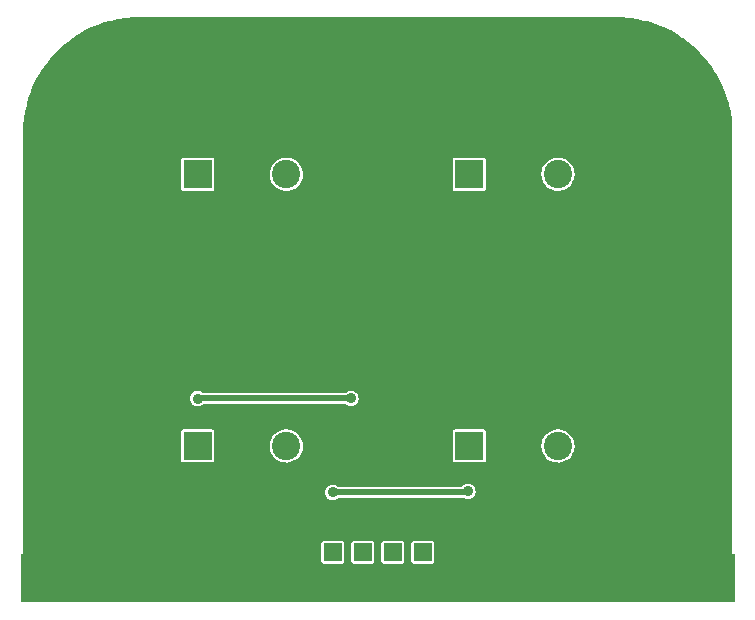
<source format=gbr>
%TF.GenerationSoftware,KiCad,Pcbnew,6.0.4-6f826c9f35~116~ubuntu20.04.1*%
%TF.CreationDate,2022-07-25T09:59:18+00:00*%
%TF.ProjectId,4XLTO1865V01A,34584c54-4f31-4383-9635-563031412e6b,rev?*%
%TF.SameCoordinates,Original*%
%TF.FileFunction,Copper,L2,Bot*%
%TF.FilePolarity,Positive*%
%FSLAX46Y46*%
G04 Gerber Fmt 4.6, Leading zero omitted, Abs format (unit mm)*
G04 Created by KiCad (PCBNEW 6.0.4-6f826c9f35~116~ubuntu20.04.1) date 2022-07-25 09:59:18*
%MOMM*%
%LPD*%
G01*
G04 APERTURE LIST*
%TA.AperFunction,ComponentPad*%
%ADD10R,1.524000X1.524000*%
%TD*%
%TA.AperFunction,ComponentPad*%
%ADD11R,2.400000X2.400000*%
%TD*%
%TA.AperFunction,ComponentPad*%
%ADD12C,2.400000*%
%TD*%
%TA.AperFunction,ViaPad*%
%ADD13C,0.890000*%
%TD*%
%TA.AperFunction,ViaPad*%
%ADD14C,0.900000*%
%TD*%
%TA.AperFunction,Conductor*%
%ADD15C,0.500000*%
%TD*%
G04 APERTURE END LIST*
D10*
%TO.P,J1,1*%
%TO.N,/Battery-*%
X34290000Y4500000D03*
%TO.P,J1,2*%
%TO.N,/Battery+*%
X31750000Y4500000D03*
%TO.P,J1,3*%
X29210000Y4500000D03*
%TO.P,J1,4*%
%TO.N,/Battery-*%
X26670000Y4500000D03*
%TD*%
%TO.P,J2,1*%
%TO.N,GND*%
X9810000Y4500000D03*
%TO.P,J2,2*%
X7270000Y4500000D03*
%TO.P,J2,3*%
X4730000Y4500000D03*
%TO.P,J2,4*%
X2190000Y4500000D03*
%TD*%
D11*
%TO.P,BT1,1,+*%
%TO.N,/Battery+*%
X15230000Y36500000D03*
D12*
%TO.P,BT1,2,-*%
%TO.N,/Battery-*%
X22730000Y36500000D03*
%TD*%
D11*
%TO.P,BT4,1,+*%
%TO.N,/Battery+*%
X15230000Y13500000D03*
D12*
%TO.P,BT4,2,-*%
%TO.N,/Battery-*%
X22730000Y13500000D03*
%TD*%
D11*
%TO.P,BT3,1,+*%
%TO.N,/Battery+*%
X38230000Y36500000D03*
D12*
%TO.P,BT3,2,-*%
%TO.N,/Battery-*%
X45730000Y36500000D03*
%TD*%
D11*
%TO.P,BT2,1,+*%
%TO.N,/Battery+*%
X38230000Y13500000D03*
D12*
%TO.P,BT2,2,-*%
%TO.N,/Battery-*%
X45730000Y13500000D03*
%TD*%
D10*
%TO.P,J3,1*%
%TO.N,GND*%
X58770000Y4500000D03*
%TO.P,J3,2*%
X56230000Y4500000D03*
%TO.P,J3,3*%
X53690000Y4500000D03*
%TO.P,J3,4*%
X51150000Y4500000D03*
%TD*%
D13*
%TO.N,/Battery+*%
X15230000Y17516000D03*
X28194000Y17526000D03*
%TO.N,/Battery-*%
X38100000Y9652000D03*
X26670000Y9560000D03*
D14*
%TO.N,GND*%
X6604000Y2032000D03*
X2794000Y2032000D03*
X1524000Y2032000D03*
X56896000Y2032000D03*
X10414000Y2032000D03*
X59436000Y2032000D03*
X58166000Y2032000D03*
X4064000Y2032000D03*
X5334000Y2032000D03*
X51816000Y2032000D03*
X54356000Y2032000D03*
X50546000Y2032000D03*
X55626000Y2032000D03*
X9144000Y2032000D03*
X53086000Y2032000D03*
X7874000Y2032000D03*
%TD*%
D15*
%TO.N,/Battery+*%
X28194000Y17526000D02*
X15240000Y17526000D01*
%TO.N,/Battery-*%
X38008000Y9560000D02*
X38100000Y9652000D01*
X26670000Y9560000D02*
X38008000Y9560000D01*
%TD*%
%TA.AperFunction,Conductor*%
%TO.N,GND*%
G36*
X50686182Y49798047D02*
G01*
X50691813Y49798037D01*
X50705642Y49794857D01*
X50719481Y49797989D01*
X50731855Y49797967D01*
X50741736Y49798920D01*
X51114098Y49787668D01*
X51293919Y49782235D01*
X51301501Y49781775D01*
X51592485Y49755333D01*
X51883461Y49728892D01*
X51891017Y49727975D01*
X52468738Y49640047D01*
X52476224Y49638675D01*
X53047580Y49516027D01*
X53054970Y49514205D01*
X53232869Y49464612D01*
X53617871Y49357285D01*
X53625106Y49355031D01*
X54177546Y49164395D01*
X54184636Y49161706D01*
X54478275Y49040077D01*
X54724530Y48938075D01*
X54731471Y48934951D01*
X55256865Y48679135D01*
X55263604Y48675598D01*
X55772596Y48388526D01*
X55779109Y48384589D01*
X55972448Y48259586D01*
X56269840Y48067308D01*
X56276093Y48062992D01*
X56746782Y47716652D01*
X56752773Y47711958D01*
X57201676Y47337844D01*
X57207373Y47332797D01*
X57409402Y47142620D01*
X57632885Y46932247D01*
X57638247Y46926885D01*
X57788810Y46766939D01*
X58038797Y46501373D01*
X58043844Y46495676D01*
X58417958Y46046773D01*
X58422649Y46040786D01*
X58768992Y45570093D01*
X58773308Y45563840D01*
X58957306Y45279255D01*
X59090589Y45073109D01*
X59094526Y45066596D01*
X59381598Y44557604D01*
X59385135Y44550865D01*
X59640951Y44025471D01*
X59644075Y44018530D01*
X59809723Y43618621D01*
X59867701Y43478649D01*
X59870395Y43471546D01*
X60061031Y42919106D01*
X60063285Y42911871D01*
X60170612Y42526869D01*
X60220205Y42348970D01*
X60222027Y42341580D01*
X60344675Y41770224D01*
X60346047Y41762738D01*
X60433975Y41185017D01*
X60434892Y41177461D01*
X60487775Y40595508D01*
X60488235Y40587911D01*
X60504903Y40036305D01*
X60504061Y40027737D01*
X60504037Y40014188D01*
X60500857Y40000358D01*
X60503989Y39986518D01*
X60503980Y39981628D01*
X60506000Y39963552D01*
X60506000Y580000D01*
X60485998Y511879D01*
X60432342Y465386D01*
X60380000Y454000D01*
X580000Y454000D01*
X511879Y474002D01*
X465386Y527658D01*
X454000Y580000D01*
X454000Y3718252D01*
X25707500Y3718252D01*
X25719133Y3659769D01*
X25763448Y3593448D01*
X25829769Y3549133D01*
X25841938Y3546712D01*
X25841939Y3546712D01*
X25882184Y3538707D01*
X25888252Y3537500D01*
X27451748Y3537500D01*
X27457816Y3538707D01*
X27498061Y3546712D01*
X27498062Y3546712D01*
X27510231Y3549133D01*
X27576552Y3593448D01*
X27620867Y3659769D01*
X27632500Y3718252D01*
X28247500Y3718252D01*
X28259133Y3659769D01*
X28303448Y3593448D01*
X28369769Y3549133D01*
X28381938Y3546712D01*
X28381939Y3546712D01*
X28422184Y3538707D01*
X28428252Y3537500D01*
X29991748Y3537500D01*
X29997816Y3538707D01*
X30038061Y3546712D01*
X30038062Y3546712D01*
X30050231Y3549133D01*
X30116552Y3593448D01*
X30160867Y3659769D01*
X30172500Y3718252D01*
X30787500Y3718252D01*
X30799133Y3659769D01*
X30843448Y3593448D01*
X30909769Y3549133D01*
X30921938Y3546712D01*
X30921939Y3546712D01*
X30962184Y3538707D01*
X30968252Y3537500D01*
X32531748Y3537500D01*
X32537816Y3538707D01*
X32578061Y3546712D01*
X32578062Y3546712D01*
X32590231Y3549133D01*
X32656552Y3593448D01*
X32700867Y3659769D01*
X32712500Y3718252D01*
X33327500Y3718252D01*
X33339133Y3659769D01*
X33383448Y3593448D01*
X33449769Y3549133D01*
X33461938Y3546712D01*
X33461939Y3546712D01*
X33502184Y3538707D01*
X33508252Y3537500D01*
X35071748Y3537500D01*
X35077816Y3538707D01*
X35118061Y3546712D01*
X35118062Y3546712D01*
X35130231Y3549133D01*
X35196552Y3593448D01*
X35240867Y3659769D01*
X35252500Y3718252D01*
X35252500Y5281748D01*
X35240867Y5340231D01*
X35196552Y5406552D01*
X35130231Y5450867D01*
X35118062Y5453288D01*
X35118061Y5453288D01*
X35077816Y5461293D01*
X35071748Y5462500D01*
X33508252Y5462500D01*
X33502184Y5461293D01*
X33461939Y5453288D01*
X33461938Y5453288D01*
X33449769Y5450867D01*
X33383448Y5406552D01*
X33339133Y5340231D01*
X33327500Y5281748D01*
X33327500Y3718252D01*
X32712500Y3718252D01*
X32712500Y5281748D01*
X32700867Y5340231D01*
X32656552Y5406552D01*
X32590231Y5450867D01*
X32578062Y5453288D01*
X32578061Y5453288D01*
X32537816Y5461293D01*
X32531748Y5462500D01*
X30968252Y5462500D01*
X30962184Y5461293D01*
X30921939Y5453288D01*
X30921938Y5453288D01*
X30909769Y5450867D01*
X30843448Y5406552D01*
X30799133Y5340231D01*
X30787500Y5281748D01*
X30787500Y3718252D01*
X30172500Y3718252D01*
X30172500Y5281748D01*
X30160867Y5340231D01*
X30116552Y5406552D01*
X30050231Y5450867D01*
X30038062Y5453288D01*
X30038061Y5453288D01*
X29997816Y5461293D01*
X29991748Y5462500D01*
X28428252Y5462500D01*
X28422184Y5461293D01*
X28381939Y5453288D01*
X28381938Y5453288D01*
X28369769Y5450867D01*
X28303448Y5406552D01*
X28259133Y5340231D01*
X28247500Y5281748D01*
X28247500Y3718252D01*
X27632500Y3718252D01*
X27632500Y5281748D01*
X27620867Y5340231D01*
X27576552Y5406552D01*
X27510231Y5450867D01*
X27498062Y5453288D01*
X27498061Y5453288D01*
X27457816Y5461293D01*
X27451748Y5462500D01*
X25888252Y5462500D01*
X25882184Y5461293D01*
X25841939Y5453288D01*
X25841938Y5453288D01*
X25829769Y5450867D01*
X25763448Y5406552D01*
X25719133Y5340231D01*
X25707500Y5281748D01*
X25707500Y3718252D01*
X454000Y3718252D01*
X454000Y9566809D01*
X26019795Y9566809D01*
X26036939Y9411517D01*
X26039549Y9404385D01*
X26065827Y9332578D01*
X26090631Y9264797D01*
X26177771Y9135119D01*
X26183383Y9130012D01*
X26183386Y9130009D01*
X26287707Y9035084D01*
X26287711Y9035081D01*
X26293328Y9029970D01*
X26300005Y9026345D01*
X26300006Y9026344D01*
X26423953Y8959046D01*
X26423955Y8959045D01*
X26430630Y8955421D01*
X26437979Y8953493D01*
X26574402Y8917703D01*
X26574404Y8917703D01*
X26581752Y8915775D01*
X26664424Y8914476D01*
X26730372Y8913440D01*
X26730375Y8913440D01*
X26737969Y8913321D01*
X26791560Y8925595D01*
X26882858Y8946505D01*
X26882862Y8946506D01*
X26890261Y8948201D01*
X27029838Y9018400D01*
X27101156Y9079311D01*
X27165946Y9108342D01*
X27182986Y9109500D01*
X37714295Y9109500D01*
X37774417Y9094231D01*
X37853953Y9051046D01*
X37853955Y9051045D01*
X37860630Y9047421D01*
X37867979Y9045493D01*
X38004402Y9009703D01*
X38004404Y9009703D01*
X38011752Y9007775D01*
X38094424Y9006476D01*
X38160372Y9005440D01*
X38160375Y9005440D01*
X38167969Y9005321D01*
X38225074Y9018400D01*
X38312858Y9038505D01*
X38312862Y9038506D01*
X38320261Y9040201D01*
X38459838Y9110400D01*
X38496157Y9141419D01*
X38572867Y9206935D01*
X38572869Y9206938D01*
X38578641Y9211867D01*
X38669811Y9338744D01*
X38728085Y9483705D01*
X38750098Y9638382D01*
X38750241Y9652000D01*
X38731471Y9807104D01*
X38676246Y9953254D01*
X38671947Y9959509D01*
X38671945Y9959513D01*
X38592055Y10075753D01*
X38592054Y10075755D01*
X38587753Y10082012D01*
X38582047Y10087096D01*
X38476773Y10180892D01*
X38476770Y10180894D01*
X38471101Y10185945D01*
X38464387Y10189500D01*
X38339741Y10255497D01*
X38339738Y10255498D01*
X38333026Y10259052D01*
X38181497Y10297114D01*
X38173899Y10297154D01*
X38173897Y10297154D01*
X38108319Y10297497D01*
X38025263Y10297932D01*
X38017883Y10296160D01*
X38017881Y10296160D01*
X37944165Y10278462D01*
X37873344Y10261459D01*
X37734510Y10189802D01*
X37616777Y10087096D01*
X37612409Y10080881D01*
X37612408Y10080880D01*
X37600578Y10064048D01*
X37545043Y10019817D01*
X37497492Y10010500D01*
X27182747Y10010500D01*
X27114626Y10030502D01*
X27098928Y10042424D01*
X27046777Y10088889D01*
X27046771Y10088893D01*
X27041101Y10093945D01*
X27034385Y10097501D01*
X26909741Y10163497D01*
X26909738Y10163498D01*
X26903026Y10167052D01*
X26751497Y10205114D01*
X26743899Y10205154D01*
X26743897Y10205154D01*
X26678319Y10205497D01*
X26595263Y10205932D01*
X26587883Y10204160D01*
X26587881Y10204160D01*
X26514165Y10186462D01*
X26443344Y10169459D01*
X26304510Y10097802D01*
X26186777Y9995096D01*
X26096940Y9867272D01*
X26040188Y9721708D01*
X26039197Y9714179D01*
X26030467Y9647867D01*
X26019795Y9566809D01*
X454000Y9566809D01*
X454000Y12280252D01*
X13829500Y12280252D01*
X13841133Y12221769D01*
X13885448Y12155448D01*
X13951769Y12111133D01*
X13963938Y12108712D01*
X13963939Y12108712D01*
X13985633Y12104397D01*
X14010252Y12099500D01*
X16449748Y12099500D01*
X16474367Y12104397D01*
X16496061Y12108712D01*
X16496062Y12108712D01*
X16508231Y12111133D01*
X16574552Y12155448D01*
X16618867Y12221769D01*
X16630500Y12280252D01*
X16630500Y13534335D01*
X21325119Y13534335D01*
X21325416Y13529183D01*
X21325416Y13529179D01*
X21330864Y13434704D01*
X21338376Y13304420D01*
X21339513Y13299374D01*
X21339514Y13299368D01*
X21361226Y13203025D01*
X21389006Y13079758D01*
X21390948Y13074976D01*
X21390949Y13074972D01*
X21428427Y12982675D01*
X21475649Y12866382D01*
X21595979Y12670022D01*
X21746763Y12495952D01*
X21923953Y12348846D01*
X22122790Y12232655D01*
X22337934Y12150499D01*
X22343000Y12149468D01*
X22343001Y12149468D01*
X22347479Y12148557D01*
X22563607Y12104586D01*
X22693352Y12099828D01*
X22788585Y12096336D01*
X22788589Y12096336D01*
X22793749Y12096147D01*
X22798869Y12096803D01*
X22798871Y12096803D01*
X22868272Y12105693D01*
X23022178Y12125409D01*
X23027126Y12126894D01*
X23027133Y12126895D01*
X23237811Y12190102D01*
X23237810Y12190102D01*
X23242761Y12191587D01*
X23423748Y12280252D01*
X36829500Y12280252D01*
X36841133Y12221769D01*
X36885448Y12155448D01*
X36951769Y12111133D01*
X36963938Y12108712D01*
X36963939Y12108712D01*
X36985633Y12104397D01*
X37010252Y12099500D01*
X39449748Y12099500D01*
X39474367Y12104397D01*
X39496061Y12108712D01*
X39496062Y12108712D01*
X39508231Y12111133D01*
X39574552Y12155448D01*
X39618867Y12221769D01*
X39630500Y12280252D01*
X39630500Y13534335D01*
X44325119Y13534335D01*
X44325416Y13529183D01*
X44325416Y13529179D01*
X44330864Y13434704D01*
X44338376Y13304420D01*
X44339513Y13299374D01*
X44339514Y13299368D01*
X44361226Y13203025D01*
X44389006Y13079758D01*
X44390948Y13074976D01*
X44390949Y13074972D01*
X44428427Y12982675D01*
X44475649Y12866382D01*
X44595979Y12670022D01*
X44746763Y12495952D01*
X44923953Y12348846D01*
X45122790Y12232655D01*
X45337934Y12150499D01*
X45343000Y12149468D01*
X45343001Y12149468D01*
X45347479Y12148557D01*
X45563607Y12104586D01*
X45693352Y12099828D01*
X45788585Y12096336D01*
X45788589Y12096336D01*
X45793749Y12096147D01*
X45798869Y12096803D01*
X45798871Y12096803D01*
X45868272Y12105693D01*
X46022178Y12125409D01*
X46027126Y12126894D01*
X46027133Y12126895D01*
X46237811Y12190102D01*
X46237810Y12190102D01*
X46242761Y12191587D01*
X46449574Y12292904D01*
X46637062Y12426637D01*
X46800190Y12589197D01*
X46858269Y12670022D01*
X46931559Y12772017D01*
X46934577Y12776217D01*
X47036615Y12982675D01*
X47067643Y13084800D01*
X47102059Y13198073D01*
X47102060Y13198079D01*
X47103563Y13203025D01*
X47133622Y13431351D01*
X47135300Y13500000D01*
X47116430Y13729522D01*
X47060326Y13952880D01*
X46968496Y14164076D01*
X46843405Y14357437D01*
X46822774Y14380111D01*
X46691890Y14523949D01*
X46691889Y14523950D01*
X46688412Y14527771D01*
X46684361Y14530970D01*
X46684357Y14530974D01*
X46511735Y14667303D01*
X46511730Y14667307D01*
X46507681Y14670504D01*
X46503165Y14672997D01*
X46503162Y14672999D01*
X46310589Y14779305D01*
X46310585Y14779307D01*
X46306065Y14781802D01*
X46301196Y14783526D01*
X46301192Y14783528D01*
X46093853Y14856951D01*
X46093849Y14856952D01*
X46088978Y14858677D01*
X46083885Y14859584D01*
X46083882Y14859585D01*
X45958188Y14881974D01*
X45862250Y14899063D01*
X45775802Y14900119D01*
X45637141Y14901814D01*
X45637139Y14901814D01*
X45631971Y14901877D01*
X45404325Y14867042D01*
X45185424Y14795494D01*
X45180832Y14793104D01*
X45180833Y14793104D01*
X45039918Y14719748D01*
X44981149Y14689155D01*
X44796984Y14550881D01*
X44637877Y14384384D01*
X44508099Y14194137D01*
X44505923Y14189448D01*
X44505919Y14189442D01*
X44494145Y14164076D01*
X44411136Y13985248D01*
X44349592Y13763327D01*
X44325119Y13534335D01*
X39630500Y13534335D01*
X39630500Y14719748D01*
X39618867Y14778231D01*
X39574552Y14844552D01*
X39508231Y14888867D01*
X39496062Y14891288D01*
X39496061Y14891288D01*
X39455816Y14899293D01*
X39449748Y14900500D01*
X37010252Y14900500D01*
X37004184Y14899293D01*
X36963939Y14891288D01*
X36963938Y14891288D01*
X36951769Y14888867D01*
X36885448Y14844552D01*
X36841133Y14778231D01*
X36829500Y14719748D01*
X36829500Y12280252D01*
X23423748Y12280252D01*
X23449574Y12292904D01*
X23637062Y12426637D01*
X23800190Y12589197D01*
X23858269Y12670022D01*
X23931559Y12772017D01*
X23934577Y12776217D01*
X24036615Y12982675D01*
X24067643Y13084800D01*
X24102059Y13198073D01*
X24102060Y13198079D01*
X24103563Y13203025D01*
X24133622Y13431351D01*
X24135300Y13500000D01*
X24116430Y13729522D01*
X24060326Y13952880D01*
X23968496Y14164076D01*
X23843405Y14357437D01*
X23822774Y14380111D01*
X23691890Y14523949D01*
X23691889Y14523950D01*
X23688412Y14527771D01*
X23684361Y14530970D01*
X23684357Y14530974D01*
X23511735Y14667303D01*
X23511730Y14667307D01*
X23507681Y14670504D01*
X23503165Y14672997D01*
X23503162Y14672999D01*
X23310589Y14779305D01*
X23310585Y14779307D01*
X23306065Y14781802D01*
X23301196Y14783526D01*
X23301192Y14783528D01*
X23093853Y14856951D01*
X23093849Y14856952D01*
X23088978Y14858677D01*
X23083885Y14859584D01*
X23083882Y14859585D01*
X22958188Y14881974D01*
X22862250Y14899063D01*
X22775802Y14900119D01*
X22637141Y14901814D01*
X22637139Y14901814D01*
X22631971Y14901877D01*
X22404325Y14867042D01*
X22185424Y14795494D01*
X22180832Y14793104D01*
X22180833Y14793104D01*
X22039918Y14719748D01*
X21981149Y14689155D01*
X21796984Y14550881D01*
X21637877Y14384384D01*
X21508099Y14194137D01*
X21505923Y14189448D01*
X21505919Y14189442D01*
X21494145Y14164076D01*
X21411136Y13985248D01*
X21349592Y13763327D01*
X21325119Y13534335D01*
X16630500Y13534335D01*
X16630500Y14719748D01*
X16618867Y14778231D01*
X16574552Y14844552D01*
X16508231Y14888867D01*
X16496062Y14891288D01*
X16496061Y14891288D01*
X16455816Y14899293D01*
X16449748Y14900500D01*
X14010252Y14900500D01*
X14004184Y14899293D01*
X13963939Y14891288D01*
X13963938Y14891288D01*
X13951769Y14888867D01*
X13885448Y14844552D01*
X13841133Y14778231D01*
X13829500Y14719748D01*
X13829500Y12280252D01*
X454000Y12280252D01*
X454000Y17522809D01*
X14579795Y17522809D01*
X14596939Y17367517D01*
X14650631Y17220797D01*
X14737771Y17091119D01*
X14743383Y17086012D01*
X14743386Y17086009D01*
X14847707Y16991084D01*
X14847711Y16991081D01*
X14853328Y16985970D01*
X14860005Y16982345D01*
X14860006Y16982344D01*
X14983953Y16915046D01*
X14983955Y16915045D01*
X14990630Y16911421D01*
X14997979Y16909493D01*
X15134402Y16873703D01*
X15134404Y16873703D01*
X15141752Y16871775D01*
X15224424Y16870476D01*
X15290372Y16869440D01*
X15290375Y16869440D01*
X15297969Y16869321D01*
X15360763Y16883703D01*
X15442858Y16902505D01*
X15442862Y16902506D01*
X15450261Y16904201D01*
X15589838Y16974400D01*
X15672866Y17045312D01*
X15737653Y17074342D01*
X15754694Y17075500D01*
X27681180Y17075500D01*
X27749301Y17055498D01*
X27765979Y17042694D01*
X27817328Y16995970D01*
X27824005Y16992345D01*
X27824006Y16992344D01*
X27947953Y16925046D01*
X27947955Y16925045D01*
X27954630Y16921421D01*
X27961979Y16919493D01*
X28098402Y16883703D01*
X28098404Y16883703D01*
X28105752Y16881775D01*
X28188424Y16880476D01*
X28254372Y16879440D01*
X28254375Y16879440D01*
X28261969Y16879321D01*
X28315560Y16891595D01*
X28406858Y16912505D01*
X28406862Y16912506D01*
X28414261Y16914201D01*
X28553838Y16984400D01*
X28625156Y17045311D01*
X28666867Y17080935D01*
X28666869Y17080938D01*
X28672641Y17085867D01*
X28763811Y17212744D01*
X28767049Y17220797D01*
X28819251Y17350655D01*
X28819251Y17350656D01*
X28822085Y17357705D01*
X28844098Y17512382D01*
X28844241Y17526000D01*
X28825471Y17681104D01*
X28770246Y17827254D01*
X28765947Y17833509D01*
X28765945Y17833513D01*
X28686055Y17949753D01*
X28686054Y17949755D01*
X28681753Y17956012D01*
X28658758Y17976500D01*
X28570773Y18054892D01*
X28570770Y18054894D01*
X28565101Y18059945D01*
X28558387Y18063500D01*
X28433741Y18129497D01*
X28433738Y18129498D01*
X28427026Y18133052D01*
X28275497Y18171114D01*
X28267899Y18171154D01*
X28267897Y18171154D01*
X28202319Y18171497D01*
X28119263Y18171932D01*
X28111883Y18170160D01*
X28111881Y18170160D01*
X28038165Y18152462D01*
X27967344Y18135459D01*
X27828510Y18063802D01*
X27765842Y18009133D01*
X27764029Y18007551D01*
X27699547Y17977843D01*
X27681199Y17976500D01*
X15731522Y17976500D01*
X15663401Y17996502D01*
X15647703Y18008424D01*
X15606773Y18044892D01*
X15606770Y18044894D01*
X15601101Y18049945D01*
X15594387Y18053500D01*
X15469741Y18119497D01*
X15469738Y18119498D01*
X15463026Y18123052D01*
X15311497Y18161114D01*
X15303899Y18161154D01*
X15303897Y18161154D01*
X15238319Y18161497D01*
X15155263Y18161932D01*
X15147883Y18160160D01*
X15147881Y18160160D01*
X15074165Y18142462D01*
X15003344Y18125459D01*
X14864510Y18053802D01*
X14746777Y17951096D01*
X14742410Y17944882D01*
X14664138Y17833513D01*
X14656940Y17823272D01*
X14600188Y17677708D01*
X14579795Y17522809D01*
X454000Y17522809D01*
X454000Y35280252D01*
X13829500Y35280252D01*
X13841133Y35221769D01*
X13885448Y35155448D01*
X13951769Y35111133D01*
X13963938Y35108712D01*
X13963939Y35108712D01*
X13985633Y35104397D01*
X14010252Y35099500D01*
X16449748Y35099500D01*
X16474367Y35104397D01*
X16496061Y35108712D01*
X16496062Y35108712D01*
X16508231Y35111133D01*
X16574552Y35155448D01*
X16618867Y35221769D01*
X16630500Y35280252D01*
X16630500Y36534335D01*
X21325119Y36534335D01*
X21325416Y36529183D01*
X21325416Y36529179D01*
X21330864Y36434704D01*
X21338376Y36304420D01*
X21339513Y36299374D01*
X21339514Y36299368D01*
X21361226Y36203025D01*
X21389006Y36079758D01*
X21390948Y36074976D01*
X21390949Y36074972D01*
X21428427Y35982675D01*
X21475649Y35866382D01*
X21595979Y35670022D01*
X21746763Y35495952D01*
X21923953Y35348846D01*
X22122790Y35232655D01*
X22337934Y35150499D01*
X22343000Y35149468D01*
X22343001Y35149468D01*
X22347479Y35148557D01*
X22563607Y35104586D01*
X22693352Y35099828D01*
X22788585Y35096336D01*
X22788589Y35096336D01*
X22793749Y35096147D01*
X22798869Y35096803D01*
X22798871Y35096803D01*
X22868272Y35105693D01*
X23022178Y35125409D01*
X23027126Y35126894D01*
X23027133Y35126895D01*
X23237811Y35190102D01*
X23237810Y35190102D01*
X23242761Y35191587D01*
X23423748Y35280252D01*
X36829500Y35280252D01*
X36841133Y35221769D01*
X36885448Y35155448D01*
X36951769Y35111133D01*
X36963938Y35108712D01*
X36963939Y35108712D01*
X36985633Y35104397D01*
X37010252Y35099500D01*
X39449748Y35099500D01*
X39474367Y35104397D01*
X39496061Y35108712D01*
X39496062Y35108712D01*
X39508231Y35111133D01*
X39574552Y35155448D01*
X39618867Y35221769D01*
X39630500Y35280252D01*
X39630500Y36534335D01*
X44325119Y36534335D01*
X44325416Y36529183D01*
X44325416Y36529179D01*
X44330864Y36434704D01*
X44338376Y36304420D01*
X44339513Y36299374D01*
X44339514Y36299368D01*
X44361226Y36203025D01*
X44389006Y36079758D01*
X44390948Y36074976D01*
X44390949Y36074972D01*
X44428427Y35982675D01*
X44475649Y35866382D01*
X44595979Y35670022D01*
X44746763Y35495952D01*
X44923953Y35348846D01*
X45122790Y35232655D01*
X45337934Y35150499D01*
X45343000Y35149468D01*
X45343001Y35149468D01*
X45347479Y35148557D01*
X45563607Y35104586D01*
X45693352Y35099828D01*
X45788585Y35096336D01*
X45788589Y35096336D01*
X45793749Y35096147D01*
X45798869Y35096803D01*
X45798871Y35096803D01*
X45868272Y35105693D01*
X46022178Y35125409D01*
X46027126Y35126894D01*
X46027133Y35126895D01*
X46237811Y35190102D01*
X46237810Y35190102D01*
X46242761Y35191587D01*
X46449574Y35292904D01*
X46637062Y35426637D01*
X46800190Y35589197D01*
X46858269Y35670022D01*
X46931559Y35772017D01*
X46934577Y35776217D01*
X47036615Y35982675D01*
X47067643Y36084800D01*
X47102059Y36198073D01*
X47102060Y36198079D01*
X47103563Y36203025D01*
X47133622Y36431351D01*
X47135300Y36500000D01*
X47116430Y36729522D01*
X47060326Y36952880D01*
X46968496Y37164076D01*
X46843405Y37357437D01*
X46822774Y37380111D01*
X46691890Y37523949D01*
X46691889Y37523950D01*
X46688412Y37527771D01*
X46684361Y37530970D01*
X46684357Y37530974D01*
X46511735Y37667303D01*
X46511730Y37667307D01*
X46507681Y37670504D01*
X46503165Y37672997D01*
X46503162Y37672999D01*
X46310589Y37779305D01*
X46310585Y37779307D01*
X46306065Y37781802D01*
X46301196Y37783526D01*
X46301192Y37783528D01*
X46093853Y37856951D01*
X46093849Y37856952D01*
X46088978Y37858677D01*
X46083885Y37859584D01*
X46083882Y37859585D01*
X45958188Y37881974D01*
X45862250Y37899063D01*
X45775802Y37900119D01*
X45637141Y37901814D01*
X45637139Y37901814D01*
X45631971Y37901877D01*
X45404325Y37867042D01*
X45185424Y37795494D01*
X45180832Y37793104D01*
X45180833Y37793104D01*
X45039918Y37719748D01*
X44981149Y37689155D01*
X44796984Y37550881D01*
X44637877Y37384384D01*
X44508099Y37194137D01*
X44505923Y37189448D01*
X44505919Y37189442D01*
X44494145Y37164076D01*
X44411136Y36985248D01*
X44349592Y36763327D01*
X44325119Y36534335D01*
X39630500Y36534335D01*
X39630500Y37719748D01*
X39618867Y37778231D01*
X39574552Y37844552D01*
X39508231Y37888867D01*
X39496062Y37891288D01*
X39496061Y37891288D01*
X39455816Y37899293D01*
X39449748Y37900500D01*
X37010252Y37900500D01*
X37004184Y37899293D01*
X36963939Y37891288D01*
X36963938Y37891288D01*
X36951769Y37888867D01*
X36885448Y37844552D01*
X36841133Y37778231D01*
X36829500Y37719748D01*
X36829500Y35280252D01*
X23423748Y35280252D01*
X23449574Y35292904D01*
X23637062Y35426637D01*
X23800190Y35589197D01*
X23858269Y35670022D01*
X23931559Y35772017D01*
X23934577Y35776217D01*
X24036615Y35982675D01*
X24067643Y36084800D01*
X24102059Y36198073D01*
X24102060Y36198079D01*
X24103563Y36203025D01*
X24133622Y36431351D01*
X24135300Y36500000D01*
X24116430Y36729522D01*
X24060326Y36952880D01*
X23968496Y37164076D01*
X23843405Y37357437D01*
X23822774Y37380111D01*
X23691890Y37523949D01*
X23691889Y37523950D01*
X23688412Y37527771D01*
X23684361Y37530970D01*
X23684357Y37530974D01*
X23511735Y37667303D01*
X23511730Y37667307D01*
X23507681Y37670504D01*
X23503165Y37672997D01*
X23503162Y37672999D01*
X23310589Y37779305D01*
X23310585Y37779307D01*
X23306065Y37781802D01*
X23301196Y37783526D01*
X23301192Y37783528D01*
X23093853Y37856951D01*
X23093849Y37856952D01*
X23088978Y37858677D01*
X23083885Y37859584D01*
X23083882Y37859585D01*
X22958188Y37881974D01*
X22862250Y37899063D01*
X22775802Y37900119D01*
X22637141Y37901814D01*
X22637139Y37901814D01*
X22631971Y37901877D01*
X22404325Y37867042D01*
X22185424Y37795494D01*
X22180832Y37793104D01*
X22180833Y37793104D01*
X22039918Y37719748D01*
X21981149Y37689155D01*
X21796984Y37550881D01*
X21637877Y37384384D01*
X21508099Y37194137D01*
X21505923Y37189448D01*
X21505919Y37189442D01*
X21494145Y37164076D01*
X21411136Y36985248D01*
X21349592Y36763327D01*
X21325119Y36534335D01*
X16630500Y36534335D01*
X16630500Y37719748D01*
X16618867Y37778231D01*
X16574552Y37844552D01*
X16508231Y37888867D01*
X16496062Y37891288D01*
X16496061Y37891288D01*
X16455816Y37899293D01*
X16449748Y37900500D01*
X14010252Y37900500D01*
X14004184Y37899293D01*
X13963939Y37891288D01*
X13963938Y37891288D01*
X13951769Y37888867D01*
X13885448Y37844552D01*
X13841133Y37778231D01*
X13829500Y37719748D01*
X13829500Y35280252D01*
X454000Y35280252D01*
X454000Y39962976D01*
X455953Y39980182D01*
X455963Y39985813D01*
X459143Y39999642D01*
X456011Y40013481D01*
X456033Y40025855D01*
X455080Y40035736D01*
X471765Y40587911D01*
X472225Y40595508D01*
X525108Y41177461D01*
X526025Y41185017D01*
X613953Y41762738D01*
X615325Y41770224D01*
X737973Y42341580D01*
X739795Y42348970D01*
X789388Y42526869D01*
X896715Y42911871D01*
X898969Y42919106D01*
X1089605Y43471546D01*
X1092299Y43478649D01*
X1150278Y43618621D01*
X1315925Y44018530D01*
X1319049Y44025471D01*
X1574865Y44550865D01*
X1578402Y44557604D01*
X1865474Y45066596D01*
X1869411Y45073109D01*
X2002694Y45279255D01*
X2186692Y45563840D01*
X2191008Y45570093D01*
X2537351Y46040786D01*
X2542042Y46046773D01*
X2916156Y46495676D01*
X2921203Y46501373D01*
X3171190Y46766939D01*
X3321753Y46926885D01*
X3327115Y46932247D01*
X3550598Y47142620D01*
X3752627Y47332797D01*
X3758324Y47337844D01*
X4207227Y47711958D01*
X4213218Y47716652D01*
X4683907Y48062992D01*
X4690160Y48067308D01*
X4987552Y48259586D01*
X5180891Y48384589D01*
X5187404Y48388526D01*
X5696396Y48675598D01*
X5703135Y48679135D01*
X6228529Y48934951D01*
X6235470Y48938075D01*
X6481725Y49040077D01*
X6775364Y49161706D01*
X6782454Y49164395D01*
X7334894Y49355031D01*
X7342129Y49357285D01*
X7727131Y49464612D01*
X7905030Y49514205D01*
X7912420Y49516027D01*
X8483776Y49638675D01*
X8491262Y49640047D01*
X9068983Y49727975D01*
X9076539Y49728892D01*
X9367515Y49755333D01*
X9658499Y49781775D01*
X9666081Y49782235D01*
X10217696Y49798903D01*
X10226263Y49798061D01*
X10239812Y49798037D01*
X10253642Y49794857D01*
X10267482Y49797989D01*
X10272372Y49797980D01*
X10290448Y49800000D01*
X50668976Y49800000D01*
X50686182Y49798047D01*
G37*
%TD.AperFunction*%
%TD*%
%TA.AperFunction,Conductor*%
%TO.N,GND*%
G36*
X25707500Y3718252D02*
G01*
X25719133Y3659769D01*
X25763448Y3593448D01*
X25829769Y3549133D01*
X25841938Y3546712D01*
X25841939Y3546712D01*
X25882184Y3538707D01*
X25888252Y3537500D01*
X27451748Y3537500D01*
X27457816Y3538707D01*
X27498061Y3546712D01*
X27498062Y3546712D01*
X27510231Y3549133D01*
X27576552Y3593448D01*
X27620867Y3659769D01*
X27632500Y3718252D01*
X27632500Y4318000D01*
X28247500Y4318000D01*
X28247500Y3718252D01*
X28259133Y3659769D01*
X28303448Y3593448D01*
X28369769Y3549133D01*
X28381938Y3546712D01*
X28381939Y3546712D01*
X28422184Y3538707D01*
X28428252Y3537500D01*
X29991748Y3537500D01*
X29997816Y3538707D01*
X30038061Y3546712D01*
X30038062Y3546712D01*
X30050231Y3549133D01*
X30116552Y3593448D01*
X30160867Y3659769D01*
X30172500Y3718252D01*
X30172500Y4318000D01*
X30787500Y4318000D01*
X30787500Y3718252D01*
X30799133Y3659769D01*
X30843448Y3593448D01*
X30909769Y3549133D01*
X30921938Y3546712D01*
X30921939Y3546712D01*
X30962184Y3538707D01*
X30968252Y3537500D01*
X32531748Y3537500D01*
X32537816Y3538707D01*
X32578061Y3546712D01*
X32578062Y3546712D01*
X32590231Y3549133D01*
X32656552Y3593448D01*
X32700867Y3659769D01*
X32712500Y3718252D01*
X32712500Y4318000D01*
X33327500Y4318000D01*
X33327500Y3718252D01*
X33339133Y3659769D01*
X33383448Y3593448D01*
X33449769Y3549133D01*
X33461938Y3546712D01*
X33461939Y3546712D01*
X33502184Y3538707D01*
X33508252Y3537500D01*
X35071748Y3537500D01*
X35077816Y3538707D01*
X35118061Y3546712D01*
X35118062Y3546712D01*
X35130231Y3549133D01*
X35196552Y3593448D01*
X35240867Y3659769D01*
X35252500Y3718252D01*
X35252500Y4318000D01*
X60696000Y4318000D01*
X60696000Y390000D01*
X60675998Y321879D01*
X60622342Y275386D01*
X60570000Y264000D01*
X390000Y264000D01*
X321879Y284002D01*
X275386Y337658D01*
X264000Y390000D01*
X264000Y4318000D01*
X25707500Y4318000D01*
X25707500Y3718252D01*
G37*
%TD.AperFunction*%
%TD*%
M02*

</source>
